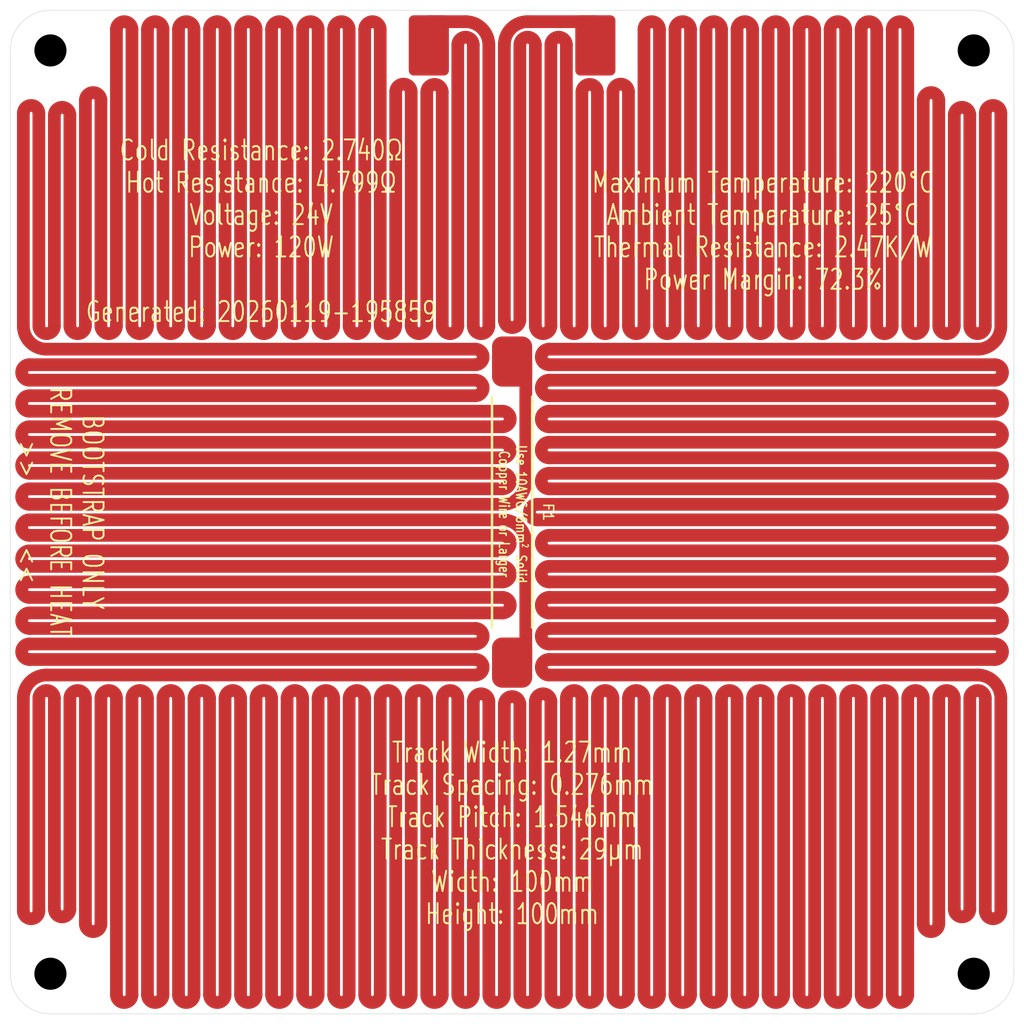
<source format=kicad_pcb>
(kicad_pcb (version 20241229) (generator "pcbnew") (generator_version "9.0")
  (layers (0 "F.Cu" signal) (2 "B.Cu" signal) (13 "F.Paste" user) (15 "B.Paste" user) (5 "F.SilkS" user "F.Silkscreen") (7 "B.SilkS" user "B.Silkscreen") (1 "F.Mask" user) (3 "B.Mask" user) (25 "Edge.Cuts" user))
  (net 0 "")
  (net 1 "Net-(J2-Pin_1)")
  (net 2 "Net-(J1-Pin_1)")
  (footprint "blg:MountingHole_3.2mm_M3_NoPad_TopLarge" (layer "F.Cu") (at 151 59)
    (property "Reference" "REF**" (hide yes))
    (property "Value" "MountingHole_3.2mm_M3_NoPad_TopLarge" (hide yes))
    (pad "" np_thru_hole circle (at 0 0) (size 7.6 7.6) (drill 3.2) (layers))
  )
  (footprint "blg:SMD_PowerConnection_4x6mm" (layer "F.Cu") (at 113.295999 58.5 -90)
    (property "Reference" "J2" (hide yes))
    (property "Value" "Hotplate_Power_Connection" (hide yes))
    (pad "1" smd roundrect (at 0 0 270) (size 6 4) (layers "F.Cu" "F.Mask" "F.Paste") (roundrect_rratio 0.125) (net 1 "Net-(J2-Pin_1)"))
  )
  (footprint "blg:MountingHole_3.2mm_M3_NoPad_TopLarge" (layer "F.Cu") (at 59 151)
    (property "Reference" "REF**" (hide yes))
    (property "Value" "MountingHole_3.2mm_M3_NoPad_TopLarge" (hide yes))
    (pad "" np_thru_hole circle (at 0 0) (size 7.6 7.6) (drill 3.2) (layers))
  )
  (footprint "blg:MountingHole_3.2mm_M3_NoPad_TopLarge" (layer "F.Cu") (at 151 151)
    (property "Reference" "REF**" (hide yes))
    (property "Value" "MountingHole_3.2mm_M3_NoPad_TopLarge" (hide yes))
    (pad "" np_thru_hole circle (at 0 0) (size 7.6 7.6) (drill 3.2) (layers))
  )
  (footprint "blg:SMD_PowerConnection_4x6mm" (layer "F.Cu") (at 96.704 58.5 -90)
    (property "Reference" "J1" (hide yes))
    (property "Value" "Hotplate_Power_Connection" (hide yes))
    (pad "1" smd roundrect (at 0 0 270) (size 6 4) (layers "F.Cu" "F.Mask" "F.Paste") (roundrect_rratio 0.125) (net 2 "Net-(J1-Pin_1)"))
  )
  (footprint "blg:Thermal Fuse, SN100C, Front, 35mm" (layer "F.Cu") (at 105 105 -90)
    (property "Reference" "F1" (at 0 -3.6 270) (layer "F.SilkS"))
    (property "Value" "~")
    (fp_line (start -11.5 2) (end 11.5 2) (stroke (width 0.25)) (layer "F.SilkS"))
    (fp_line (start -11.5 -2) (end 11.5 -2) (stroke (width 0.25)) (layer "F.SilkS"))
    (fp_text user "Use 10AWG/6mm  Solid" (at 0.2 -0.9 270) (layer "F.SilkS") (effects (font (size 1 0.75))))
    (fp_text user "2" (at 3.35 -1.3 270) (layer "F.SilkS") (effects (font (size 0.6 0.4) (thickness 0.1))))
    (fp_text user "Copper Wire or Larger" (at 0.2 0.8 270) (layer "F.SilkS") (effects (font (size 1 0.75))))
    (pad "1" smd roundrect (at -15 0 270) (size 5 4) (layers "F.Cu" "F.Mask") (net 2 "Net-(J1-Pin_1)"))
    (pad "2" smd roundrect (at 15 0 270) (size 5 4) (layers "F.Cu" "F.Mask") (net 1 "Net-(J2-Pin_1)"))
  )
  (footprint "blg:MountingHole_3.2mm_M3_NoPad_TopLarge" (layer "F.Cu") (at 59 59)
    (property "Reference" "REF**" (hide yes))
    (property "Value" "MountingHole_3.2mm_M3_NoPad_TopLarge" (hide yes))
    (pad "" np_thru_hole circle (at 0 0) (size 7.6 7.6) (drill 3.2) (layers))
  )
  (gr_arc (start 55 59) (mid 56.171573 56.171573) (end 59 55) (stroke (width 0.05)) (layer "Edge.Cuts"))
  (gr_line (start 155 59) (end 155 151) (stroke (width 0.05)) (layer "Edge.Cuts"))
  (gr_arc (start 59 155) (mid 56.171573 153.828427) (end 55 151) (stroke (width 0.05)) (layer "Edge.Cuts"))
  (gr_line (start 59 155) (end 151 155) (stroke (width 0.05)) (layer "Edge.Cuts"))
  (gr_line (start 55 59) (end 55 151) (stroke (width 0.05)) (layer "Edge.Cuts"))
  (gr_arc (start 155 151) (mid 153.828427 153.828427) (end 151 155) (stroke (width 0.05)) (layer "Edge.Cuts"))
  (gr_arc (start 151 55) (mid 153.828427 56.171573) (end 155 59) (stroke (width 0.05)) (layer "Edge.Cuts"))
  (gr_line (start 59 55) (end 151 55) (stroke (width 0.05)) (layer "Edge.Cuts"))
  (gr_text "Track Width: 1.27mm\nTrack Spacing: 0.276mm\nTrack Pitch: 1.546mm\nTrack Thickness: 29µm\nWidth: 100mm\nHeight: 100mm" (at 105 137 0) (layer "F.SilkS") (effects (font (size 2 1.5) (thickness 0.1875))))
  (gr_text "BOOTSTRAP ONLY\nREMOVE BEFORE HEAT\n>>      <<" (at 55.6 105 270) (layer "F.SilkS") (effects (font (size 2 1.5) (thickness 0.1875)) (justify bottom)))
  (gr_text "Maximum Temperature: 220°C\nAmbient Temperature: 25°C\nThermal Resistance: 2.47K/W\nPower Margin: 72.3%" (at 130 77 0) (layer "F.SilkS") (effects (font (size 2 1.5) (thickness 0.1875))))
  (gr_text "Cold Resistance: 2.740Ω\nHot Resistance: 4.799Ω\nVoltage: 24V\nPower: 120W\n\nGenerated: 20260119-195859" (at 80 77 0) (layer "F.SilkS") (effects (font (size 2 1.5) (thickness 0.1875))))
  (segment (start 81.036999 153.092) (end 81.036999 123.551999) (width 1.269999) (layer "F.Cu") (net 1))
  (segment (start 108.683999 102.681) (end 153.092 102.681) (width 1.269999) (layer "F.Cu") (net 1))
  (segment (start 110.411 58.454) (end 110.411 86.448) (width 1.269999) (layer "F.Cu") (net 1))
  (segment (start 149.061 144.558683) (end 149.061 123.551999) (width 1.269999) (layer "F.Cu") (net 1))
  (segment (start 56.908 118.140999) (end 101.342 118.140999) (width 1.269999) (layer "F.Cu") (net 1))
  (segment (start 121.232999 153.092) (end 121.232999 123.551999) (width 1.269999) (layer "F.Cu") (net 1))
  (segment (start 153.092 94.951) (end 108.683999 94.951) (width 1.269999) (layer "F.Cu") (net 1))
  (segment (start 104.046 113.502999) (end 56.908 113.502999) (width 1.269999) (layer "F.Cu") (net 1))
  (segment (start 116.594999 63.130684) (end 116.594999 86.448) (width 1.269999) (layer "F.Cu") (net 1))
  (segment (start 101.342 119.686999) (end 56.908 119.686999) (width 1.269999) (layer "F.Cu") (net 1))
  (segment (start 121.232999 86.448) (end 121.232999 56.908) (width 1.269999) (layer "F.Cu") (net 1))
  (segment (start 91.859 123.551999) (end 91.859 153.092) (width 1.269999) (layer "F.Cu") (net 1))
  (segment (start 113.295999 56.135) (end 106.546 56.135) (width 1.269999) (layer "F.Cu") (net 1))
  (segment (start 150.607 65.441316) (end 150.607 86.448) (width 1.269999) (layer "F.Cu") (net 1))
  (segment (start 118.140999 86.448) (end 118.140999 56.908) (width 1.269999) (layer "F.Cu") (net 1))
  (segment (start 107.50296 105.773) (end 153.092 105.773) (width 1.269999) (layer "F.Cu") (net 1))
  (segment (start 142.877 86.448) (end 142.877 56.908) (width 1.269999) (layer "F.Cu") (net 1))
  (segment (start 149.061 86.448) (end 149.061 65.441316) (width 1.269999) (layer "F.Cu") (net 1))
  (segment (start 104.046 107.319) (end 56.908 107.319) (width 1.269999) (layer "F.Cu") (net 1))
  (segment (start 122.779 56.908) (end 122.779 86.448) (width 1.269999) (layer "F.Cu") (net 1))
  (segment (start 108.683999 118.140999) (end 153.092 118.140999) (width 1.269999) (layer "F.Cu") (net 1))
  (segment (start 76.399 123.551999) (end 76.399 153.092) (width 1.269999) (layer "F.Cu") (net 1))
  (segment (start 141.331 56.908) (end 141.331 86.448) (width 1.269999) (layer "F.Cu") (net 1))
  (segment (start 94.951 123.551999) (end 94.951 153.092) (width 1.269999) (layer "F.Cu") (net 1))
  (segment (start 108.683999 111.957) (end 153.092 111.957) (width 1.269999) (layer "F.Cu") (net 1))
  (segment (start 141.331 123.551999) (end 141.331 153.092) (width 1.269999) (layer "F.Cu") (net 1))
  (segment (start 144.423 123.551999) (end 144.423 153.092) (width 1.269999) (layer "F.Cu") (net 1))
  (segment (start 87.220999 153.092) (end 87.220999 123.551999) (width 1.269999) (layer "F.Cu") (net 1))
  (segment (start 70.215 123.551999) (end 70.215 153.092) (width 1.269999) (layer "F.Cu") (net 1))
  (segment (start 99.589 153.092) (end 99.589 123.551999) (width 1.269999) (layer "F.Cu") (net 1))
  (segment (start 113.502999 63.158) (end 113.502999 86.448) (width 1.269999) (layer "F.Cu") (net 1))
  (segment (start 107.319 123.878495) (end 107.319 153.092) (width 1.269999) (layer "F.Cu") (net 1))
  (segment (start 56.908 115.048999) (end 104.046 115.048999) (width 1.269999) (layer "F.Cu") (net 1))
  (segment (start 64.030999 123.551999) (end 64.030999 146.028123) (width 1.269999) (layer "F.Cu") (net 1))
  (segment (start 106.365 120) (end 106.365 108.092) (width 1.269999) (layer "F.Cu") (net 1))
  (segment (start 104.227 58.454) (end 104.227 85.842) (width 1.269999) (layer "F.Cu") (net 1))
  (segment (start 135.147 123.551999) (end 135.147 153.092) (width 1.269999) (layer "F.Cu") (net 1))
  (segment (start 101.342 116.594999) (end 56.908 116.594999) (width 1.269999) (layer "F.Cu") (net 1))
  (segment (start 77.945 153.092) (end 77.945 123.551999) (width 1.269999) (layer "F.Cu") (net 1))
  (segment (start 74.853 153.092) (end 74.853 123.551999) (width 1.269999) (layer "F.Cu") (net 1))
  (segment (start 153.092 104.227) (end 107.50296 104.227) (width 1.269999) (layer "F.Cu") (net 1))
  (segment (start 108.865 86.448) (end 108.865 58.454) (width 1.269999) (layer "F.Cu") (net 1))
  (segment (start 116.594999 123.551999) (end 116.594999 153.092) (width 1.269999) (layer "F.Cu") (net 1))
  (segment (start 104.227 124.157999) (end 104.227 153.092) (width 1.269999) (layer "F.Cu") (net 1))
  (segment (start 73.307 123.551999) (end 73.307 153.092) (width 1.269999) (layer "F.Cu") (net 1))
  (segment (start 138.239 56.908) (end 138.239 86.448) (width 1.269999) (layer "F.Cu") (net 1))
  (segment (start 128.963 123.551999) (end 128.963 153.092) (width 1.269999) (layer "F.Cu") (net 1))
  (segment (start 132.055 56.908) (end 132.055 86.448) (width 1.269999) (layer "F.Cu") (net 1))
  (segment (start 108.683999 121.232999) (end 151.38 121.232999) (width 1.269999) (layer "F.Cu") (net 1))
  (segment (start 153.699 123.551999) (end 153.699 144.743751) (width 1.269999) (layer "F.Cu") (net 1))
  (segment (start 119.686999 56.908) (end 119.686999 86.448) (width 1.269999) (layer "F.Cu") (net 1))
  (segment (start 79.490999 123.551999) (end 79.490999 153.092) (width 1.269999) (layer "F.Cu") (net 1))
  (segment (start 124.324999 153.092) (end 124.324999 123.551999) (width 1.269999) (layer "F.Cu") (net 1))
  (segment (start 108.683999 115.048999) (end 153.092 115.048999) (width 1.269999) (layer "F.Cu") (net 1))
  (segment (start 113.502999 123.551999) (end 113.502999 153.092) (width 1.269999) (layer "F.Cu") (net 1))
  (segment (start 108.683999 93.405) (end 153.092 93.405) (width 1.269999) (layer "F.Cu") (net 1))
  (segment (start 59.392999 144.558683) (end 59.392999 123.551999) (width 1.269999) (layer "F.Cu") (net 1))
  (segment (start 107.319 58.454) (end 107.319 86.448) (width 1.269999) (layer "F.Cu") (net 1))
  (segment (start 108.683999 108.865) (end 153.092 108.865) (width 1.269999) (layer "F.Cu") (net 1))
  (segment (start 71.761 153.092) (end 71.761 123.551999) (width 1.269999) (layer "F.Cu") (net 1))
  (segment (start 105.773 153.092) (end 105.773 124.157999) (width 1.269999) (layer "F.Cu") (net 1))
  (segment (start 147.515 123.551999) (end 147.515 146.028123) (width 1.269999) (layer "F.Cu") (net 1))
  (segment (start 127.417 153.092) (end 127.417 123.551999) (width 1.269999) (layer "F.Cu") (net 1))
  (segment (start 82.582999 123.551999) (end 82.582999 153.092) (width 1.269999) (layer "F.Cu") (net 1))
  (segment (start 101.134999 123.878494) (end 101.134999 153.092) (width 1.269999) (layer "F.Cu") (net 1))
  (segment (start 133.601 86.448) (end 133.601 56.908) (width 1.269999) (layer "F.Cu") (net 1))
  (segment (start 115.048999 153.092) (end 115.048999 123.551999) (width 1.269999) (layer "F.Cu") (net 1))
  (segment (start 125.870999 123.551999) (end 125.870999 153.092) (width 1.269999) (layer "F.Cu") (net 1))
  (segment (start 142.877 153.092) (end 142.877 123.551999) (width 1.269999) (layer "F.Cu") (net 1))
  (segment (start 130.508999 153.092) (end 130.508999 123.551999) (width 1.269999) (layer "F.Cu") (net 1))
  (segment (start 153.092 116.594999) (end 108.683999 116.594999) (width 1.269999) (layer "F.Cu") (net 1))
  (segment (start 56.908 111.957) (end 104.046 111.957) (width 1.269999) (layer "F.Cu") (net 1))
  (segment (start 150.607 123.551999) (end 150.607 144.558683) (width 1.269999) (layer "F.Cu") (net 1))
  (segment (start 108.865 153.092) (end 108.865 123.878495) (width 1.269999) (layer "F.Cu") (net 1))
  (segment (start 85.675 123.551999) (end 85.675 153.092) (width 1.269999) (layer "F.Cu") (net 1))
  (segment (start 132.055 123.551999) (end 132.055 153.092) (width 1.269999) (layer "F.Cu") (net 1))
  (segment (start 98.042999 123.551999) (end 98.042999 153.092) (width 1.269999) (layer "F.Cu") (net 1))
  (segment (start 145.969 146.028123) (end 145.969 123.551999) (width 1.269999) (layer "F.Cu") (net 1))
  (segment (start 122.779 123.551999) (end 122.779 153.092) (width 1.269999) (layer "F.Cu") (net 1))
  (segment (start 153.092 101.134999) (end 108.683999 101.134999) (width 1.269999) (layer "F.Cu") (net 1))
  (segment (start 153.092 110.411) (end 108.683999 110.411) (width 1.269999) (layer "F.Cu") (net 1))
  (segment (start 136.692999 153.092) (end 136.692999 123.551999) (width 1.269999) (layer "F.Cu") (net 1))
  (segment (start 130.508999 86.448) (end 130.508999 56.908) (width 1.269999) (layer "F.Cu") (net 1))
  (segment (start 152.153 86.448) (end 152.153 65.256248) (width 1.269999) (layer "F.Cu") (net 1))
  (segment (start 108.683999 99.589) (end 153.092 99.589) (width 1.269999) (layer "F.Cu") (net 1))
  (segment (start 108.683999 96.497) (end 153.092 96.497) (width 1.269999) (layer "F.Cu") (net 1))
  (segment (start 144.423 56.908) (end 144.423 86.448) (width 1.269999) (layer "F.Cu") (net 1))
  (segment (start 96.497 153.092) (end 96.497 123.551999) (width 1.269999) (layer "F.Cu") (net 1))
  (segment (start 145.969 86.448) (end 145.969 63.971876) (width 1.269999) (layer "F.Cu") (net 1))
  (segment (start 124.324999 86.448) (end 124.324999 56.908) (width 1.269999) (layer "F.Cu") (net 1))
  (segment (start 60.939 123.551999) (end 60.939 144.558683) (width 1.269999) (layer "F.Cu") (net 1))
  (segment (start 110.411 123.551999) (end 110.411 153.092) (width 1.269999) (layer "F.Cu") (net 1))
  (segment (start 139.785 153.092) (end 139.785 123.551999) (width 1.269999) (layer "F.Cu") (net 1))
  (segment (start 93.405 153.092) (end 93.405 123.551999) (width 1.269999) (layer "F.Cu") (net 1))
  (segment (start 138.239 123.551999) (end 138.239 153.092) (width 1.269999) (layer "F.Cu") (net 1))
  (segment (start 58.62 121.232999) (end 101.342 121.232999) (width 1.269999) (layer "F.Cu") (net 1))
  (segment (start 153.092 119.686999) (end 108.683999 119.686999) (width 1.269999) (layer "F.Cu") (net 1))
  (segment (start 102.681 153.092) (end 102.681 123.878494) (width 1.269999) (layer "F.Cu") (net 1))
  (segment (start 147.515 63.971876) (end 147.515 86.448) (width 1.269999) (layer "F.Cu") (net 1))
  (segment (start 153.092 107.319) (end 108.683999 107.319) (width 1.269999) (layer "F.Cu") (net 1))
  (segment (start 125.870999 56.908) (end 125.870999 86.448) (width 1.269999) (layer "F.Cu") (net 1))
  (segment (start 151.38 88.767) (end 108.683999 88.767) (width 1.269999) (layer "F.Cu") (net 1))
  (segment (start 105.773 85.842) (end 105.773 58.454) (width 1.269999) (layer "F.Cu") (net 1))
  (segment (start 68.669 153.092) (end 68.669 123.551999) (width 1.269999) (layer "F.Cu") (net 1))
  (segment (start 136.692999 86.448) (end 136.692999 56.908) (width 1.269999) (layer "F.Cu") (net 1))
  (segment (start 104.046 110.411) (end 56.908 110.411) (width 1.269999) (layer "F.Cu") (net 1))
  (segment (start 119.686999 123.551999) (end 119.686999 153.092) (width 1.269999) (layer "F.Cu") (net 1))
  (segment (start 153.699 65.256248) (end 153.699 86.448) (width 1.269999) (layer "F.Cu") (net 1))
  (segment (start 153.092 113.502999) (end 108.683999 113.502999) (width 1.269999) (layer "F.Cu") (net 1))
  (segment (start 139.785 86.448) (end 139.785 56.908) (width 1.269999) (layer "F.Cu") (net 1))
  (segment (start 90.312999 153.092) (end 90.312999 123.551999) (width 1.269999) (layer "F.Cu") (net 1))
  (segment (start 133.601 153.092) (end 133.601 123.551999) (width 1.269999) (layer "F.Cu") (net 1))
  (segment (start 135.147 56.908) (end 135.147 86.448) (width 1.269999) (layer "F.Cu") (net 1))
  (segment (start 152.153 144.743751) (end 152.153 123.551999) (width 1.269999) (layer "F.Cu") (net 1))
  (segment (start 56.908 105.773) (end 104.046 105.773) (width 1.269999) (layer "F.Cu") (net 1))
  (segment (start 111.957 86.448) (end 111.957 63.158) (width 1.269999) (layer "F.Cu") (net 1))
  (segment (start 153.092 91.859) (end 108.683999 91.859) (width 1.269999) (layer "F.Cu") (net 1))
  (segment (start 67.123 123.551999) (end 67.123 153.092) (width 1.269999) (layer "F.Cu") (net 1))
  (segment (start 62.485 146.028123) (end 62.485 123.551999) (width 1.269999) (layer "F.Cu") (net 1))
  (segment (start 118.140999 153.092) (end 118.140999 123.551999) (width 1.269999) (layer "F.Cu") (net 1))
  (segment (start 56.908 108.865) (end 104.046 108.865) (width 1.269999) (layer "F.Cu") (net 1))
  (segment (start 84.128999 153.092) (end 84.128999 123.551999) (width 1.269999) (layer "F.Cu") (net 1))
  (segment (start 128.963 56.908) (end 128.963 86.448) (width 1.269999) (layer "F.Cu") (net 1))
  (segment (start 127.417 86.448) (end 127.417 56.908) (width 1.269999) (layer "F.Cu") (net 1))
  (segment (start 111.957 153.092) (end 111.957 123.551999) (width 1.269999) (layer "F.Cu") (net 1))
  (segment (start 88.767 123.551999) (end 88.767 153.092) (width 1.269999) (layer "F.Cu") (net 1))
  (segment (start 56.300999 144.743751) (end 56.300999 123.551999) (width 1.269999) (layer "F.Cu") (net 1))
  (segment (start 108.683999 90.312999) (end 153.092 90.312999) (width 1.269999) (layer "F.Cu") (net 1))
  (segment (start 115.048999 86.448) (end 115.048999 63.130684) (width 1.269999) (layer "F.Cu") (net 1))
  (segment (start 57.846999 123.551999) (end 57.846999 144.743751) (width 1.269999) (layer "F.Cu") (net 1))
  (segment (start 153.092 98.042999) (end 108.683999 98.042999) (width 1.269999) (layer "F.Cu") (net 1))
  (segment (start 65.577 153.092) (end 65.577 123.551999) (width 1.269999) (layer "F.Cu") (net 1))
  (arc (start 145.969 63.971876) (mid 146.742 63.198876) (end 147.515 63.971876) (width 1.269999) (layer "F.Cu") (net 1))
  (arc (start 150.607 86.448) (mid 151.38 87.220999) (end 152.153 86.448) (width 1.269999) (layer "F.Cu") (net 1))
  (arc (start 108.865 123.878495) (mid 108.092 123.105495) (end 107.319 123.878495) (width 1.269999) (layer "F.Cu") (net 1))
  (arc (start 153.092 118.140999) (mid 153.865 118.913999) (end 153.092 119.686999) (width 1.269999) (layer "F.Cu") (net 1))
  (arc (start 136.692999 123.551999) (mid 135.92 122.779) (end 135.147 123.551999) (width 1.269999) (layer "F.Cu") (net 1))
  (arc (start 107.319 86.448) (mid 108.092 87.220999) (end 108.865 86.448) (width 1.269999) (layer "F.Cu") (net 1))
  (arc (start 56.908 107.319) (mid 56.135 106.546) (end 56.908 105.773) (width 1.269999) (layer "F.Cu") (net 1))
  (arc (start 153.092 99.589) (mid 153.865 100.362) (end 153.092 101.134999) (width 1.269999) (layer "F.Cu") (net 1))
  (arc (start 128.963 153.092) (mid 128.19 153.865) (end 127.417 153.092) (width 1.269999) (layer "F.Cu") (net 1))
  (arc (start 71.761 123.551999) (mid 70.988 122.779) (end 70.215 123.551999) (width 1.269999) (layer "F.Cu") (net 1))
  (arc (start 141.331 86.448) (mid 142.103999 87.220999) (end 142.877 86.448) (width 1.269999) (layer "F.Cu") (net 1))
  (arc (start 153.092 108.865) (mid 153.865 109.638) (end 153.092 110.411) (width 1.269999) (layer "F.Cu") (net 1))
  (arc (start 79.490999 153.092) (mid 78.717999 153.865) (end 77.945 153.092) (width 1.269999) (layer "F.Cu") (net 1))
  (arc (start 81.036999 123.551999) (mid 80.264 122.779) (end 79.490999 123.551999) (width 1.269999) (layer "F.Cu") (net 1))
  (arc (start 56.908 113.502999) (mid 56.135 112.729999) (end 56.908 111.957) (width 1.269999) (layer "F.Cu") (net 1))
  (arc (start 56.908 119.686999) (mid 56.135 118.913999) (end 56.908 118.140999) (width 1.269999) (layer "F.Cu") (net 1))
  (arc (start 62.485 123.551999) (mid 61.711999 122.779) (end 60.939 123.551999) (width 1.269999) (layer "F.Cu") (net 1))
  (arc (start 122.779 153.092) (mid 122.005999 153.865) (end 121.232999 153.092) (width 1.269999) (layer "F.Cu") (net 1))
  (arc (start 132.055 86.448) (mid 132.828 87.220999) (end 133.601 86.448) (width 1.269999) (layer "F.Cu") (net 1))
  (arc (start 68.669 123.551999) (mid 67.896 122.779) (end 67.123 123.551999) (width 1.269999) (layer "F.Cu") (net 1))
  (arc (start 110.411 153.092) (mid 109.638 153.865) (end 108.865 153.092) (width 1.269999) (layer "F.Cu") (net 1))
  (arc (start 77.945 123.551999) (mid 77.172 122.779) (end 76.399 123.551999) (width 1.269999) (layer "F.Cu") (net 1))
  (arc (start 73.307 153.092) (mid 72.534 153.865) (end 71.761 153.092) (width 1.269999) (layer "F.Cu") (net 1))
  (arc (start 65.577 123.551999) (mid 64.804 122.779) (end 64.030999 123.551999) (width 1.269999) (layer "F.Cu") (net 1))
  (arc (start 127.417 56.908) (mid 128.19 56.135) (end 128.963 56.908) (width 1.269999) (layer "F.Cu") (net 1))
  (arc (start 59.392999 123.551999) (mid 58.62 122.779) (end 57.846999 123.551999) (width 1.269999) (layer "F.Cu") (net 1))
  (arc (start 124.324999 123.551999) (mid 123.551999 122.779) (end 122.779 123.551999) (width 1.269999) (layer "F.Cu") (net 1))
  (arc (start 108.683999 119.686999) (mid 107.910999 120.46) (end 108.683999 121.232999) (width 1.269999) (layer "F.Cu") (net 1))
  (arc (start 90.312999 123.551999) (mid 89.539999 122.779) (end 88.767 123.551999) (width 1.269999) (layer "F.Cu") (net 1))
  (arc (start 99.589 123.551999) (mid 98.816 122.779) (end 98.042999 123.551999) (width 1.269999) (layer "F.Cu") (net 1))
  (arc (start 67.123 153.092) (mid 66.349999 153.865) (end 65.577 153.092) (width 1.269999) (layer "F.Cu") (net 1))
  (arc (start 133.601 56.908) (mid 134.374 56.135) (end 135.147 56.908) (width 1.269999) (layer "F.Cu") (net 1))
  (arc (start 153.699 144.743751) (mid 152.926 145.516751) (end 152.153 144.743751) (width 1.269999) (layer "F.Cu") (net 1))
  (arc (start 101.342 118.140999) (mid 102.115 117.368) (end 101.342 116.594999) (width 1.269999) (layer "F.Cu") (net 1))
  (arc (start 104.046 111.957) (mid 104.818999 111.184) (end 104.046 110.411) (width 1.269999) (layer "F.Cu") (net 1))
  (arc (start 108.683999 88.767) (mid 107.910999 89.539999) (end 108.683999 90.312999) (width 1.269999) (layer "F.Cu") (net 1))
  (arc (start 133.601 123.551999) (mid 132.828 122.779) (end 132.055 123.551999) (width 1.269999) (layer "F.Cu") (net 1))
  (arc (start 138.239 153.092) (mid 137.466 153.865) (end 136.692999 153.092) (width 1.269999) (layer "F.Cu") (net 1))
  (arc (start 132.055 153.092) (mid 131.281999 153.865) (end 130.508999 153.092) (width 1.269999) (layer "F.Cu") (net 1))
  (arc (start 104.227 85.842) (mid 105 86.615) (end 105.773 85.842) (width 1.269999) (layer "F.Cu") (net 1))
  (arc (start 108.683999 94.951) (mid 107.910999 95.723999) (end 108.683999 96.497) (width 1.269999) (layer "F.Cu") (net 1))
  (arc (start 56.300999 123.551999) (mid 56.980219 121.912219) (end 58.62 121.232999) (width 1.27) (layer "F.Cu") (net 1))
  (arc (start 82.582999 153.092) (mid 81.809999 153.865) (end 81.036999 153.092) (width 1.269999) (layer "F.Cu") (net 1))
  (arc (start 153.092 90.312999) (mid 153.865 91.086) (end 153.092 91.859) (width 1.269999) (layer "F.Cu") (net 1))
  (arc (start 115.048999 123.551999) (mid 114.275999 122.779) (end 113.502999 123.551999) (width 1.269999) (layer "F.Cu") (net 1))
  (arc (start 108.683999 110.411) (mid 107.910999 111.184) (end 108.683999 111.957) (width 1.269999) (layer "F.Cu") (net 1))
  (arc (start 116.594999 153.092) (mid 115.821999 153.865) (end 115.048999 153.092) (width 1.269999) (layer "F.Cu") (net 1))
  (arc (start 108.865 58.454) (mid 109.638 57.681) (end 110.411 58.454) (width 1.269999) (layer "F.Cu") (net 1))
  (arc (start 150.607 144.558683) (mid 149.834 145.331683) (end 149.061 144.558683) (width 1.269999) (layer "F.Cu") (net 1))
  (arc (start 102.681 123.878494) (mid 101.908 123.105494) (end 101.134999 123.878494) (width 1.269999) (layer "F.Cu") (net 1))
  (arc (start 121.232999 56.908) (mid 122.005999 56.135) (end 122.779 56.908) (width 1.269999) (layer "F.Cu") (net 1))
  (arc (start 96.497 123.551999) (mid 95.723999 122.779) (end 94.951 123.551999) (width 1.269999) (layer "F.Cu") (net 1))
  (arc (start 153.699 86.448) (mid 153.01978 88.08778) (end 151.38 88.767) (width 1.27) (layer "F.Cu") (net 1))
  (arc (start 153.092 115.048999) (mid 153.865 115.821999) (end 153.092 116.594999) (width 1.269999) (layer "F.Cu") (net 1))
  (arc (start 116.594999 86.448) (mid 117.368 87.220999) (end 118.140999 86.448) (width 1.269999) (layer "F.Cu") (net 1))
  (arc (start 108.683999 98.042999) (mid 107.910999 98.816) (end 108.683999 99.589) (width 1.269999) (layer "F.Cu") (net 1))
  (arc (start 87.220999 123.551999) (mid 86.448 122.779) (end 85.675 123.551999) (width 1.269999) (layer "F.Cu") (net 1))
  (arc (start 108.683999 107.319) (mid 107.910999 108.092) (end 108.683999 108.865) (width 1.269999) (layer "F.Cu") (net 1))
  (arc (start 101.134999 153.092) (mid 100.362 153.865) (end 99.589 153.092) (width 1.269999) (layer "F.Cu") (net 1))
  (arc (start 76.399 153.092) (mid 75.626 153.865) (end 74.853 153.092) (width 1.269999) (layer "F.Cu") (net 1))
  (arc (start 108.683999 91.859) (mid 107.910999 92.631999) (end 108.683999 93.405) (width 1.269999) (layer "F.Cu") (net 1))
  (arc (start 119.686999 86.448) (mid 120.46 87.220999) (end 121.232999 86.448) (width 1.269999) (layer "F.Cu") (net 1))
  (arc (start 130.508999 56.908) (mid 131.281999 56.135) (end 132.055 56.908) (width 1.269999) (layer "F.Cu") (net 1))
  (arc (start 93.405 123.551999) (mid 92.631999 122.779) (end 91.859 123.551999) (width 1.269999) (layer "F.Cu") (net 1))
  (arc (start 108.683999 113.502999) (mid 107.910999 114.275999) (end 108.683999 115.048999) (width 1.269999) (layer "F.Cu") (net 1))
  (arc (start 108.683999 101.134999) (mid 107.910999 101.908) (end 108.683999 102.681) (width 1.269999) (layer "F.Cu") (net 1))
  (arc (start 147.515 86.448) (mid 148.288 87.220999) (end 149.061 86.448) (width 1.269999) (layer "F.Cu") (net 1))
  (arc (start 104.046 108.865) (mid 104.818999 108.092) (end 104.046 107.319) (width 1.269999) (layer "F.Cu") (net 1))
  (arc (start 139.785 123.551999) (mid 139.012 122.779) (end 138.239 123.551999) (width 1.269999) (layer "F.Cu") (net 1))
  (arc (start 105.773 58.454) (mid 106.546 57.681) (end 107.319 58.454) (width 1.269999) (layer "F.Cu") (net 1))
  (arc (start 113.502999 153.092) (mid 112.729999 153.865) (end 111.957 153.092) (width 1.269999) (layer "F.Cu") (net 1))
  (arc (start 110.411 86.448) (mid 111.184 87.220999) (end 111.957 86.448) (width 1.269999) (layer "F.Cu") (net 1))
  (arc (start 104.227 58.454) (mid 104.906219 56.814219) (end 106.546 56.135) (width 1.27) (layer "F.Cu") (net 1))
  (arc (start 115.048999 63.130684) (mid 115.821999 62.357684) (end 116.594999 63.130684) (width 1.269999) (layer "F.Cu") (net 1))
  (arc (start 138.239 86.448) (mid 139.012 87.220999) (end 139.785 86.448) (width 1.269999) (layer "F.Cu") (net 1))
  (arc (start 56.908 116.594999) (mid 56.135 115.821999) (end 56.908 115.048999) (width 1.269999) (layer "F.Cu") (net 1))
  (arc (start 113.502999 86.448) (mid 114.275999 87.220999) (end 115.048999 86.448) (width 1.269999) (layer "F.Cu") (net 1))
  (arc (start 91.859 153.092) (mid 91.086 153.865) (end 90.312999 153.092) (width 1.269999) (layer "F.Cu") (net 1))
  (arc (start 64.030999 146.028123) (mid 63.257999 146.801123) (end 62.485 146.028123) (width 1.269999) (layer "F.Cu") (net 1))
  (arc (start 98.042999 153.092) (mid 97.27 153.865) (end 96.497 153.092) (width 1.269999) (layer "F.Cu") (net 1))
  (arc (start 139.785 56.908) (mid 140.558 56.135) (end 141.331 56.908) (width 1.269999) (layer "F.Cu") (net 1))
  (arc (start 85.675 153.092) (mid 84.901999 153.865) (end 84.128999 153.092) (width 1.269999) (layer "F.Cu") (net 1))
  (arc (start 127.417 123.551999) (mid 126.644 122.779) (end 125.870999 123.551999) (width 1.269999) (layer "F.Cu") (net 1))
  (arc (start 142.877 123.551999) (mid 142.103999 122.779) (end 141.331 123.551999) (width 1.269999) (layer "F.Cu") (net 1))
  (arc (start 57.846999 144.743751) (mid 57.074 145.516751) (end 56.300999 144.743751) (width 1.269999) (layer "F.Cu") (net 1))
  (arc (start 128.963 86.448) (mid 129.735999 87.220999) (end 130.508999 86.448) (width 1.269999) (layer "F.Cu") (net 1))
  (arc (start 84.128999 123.551999) (mid 83.356 122.779) (end 82.582999 123.551999) (width 1.269999) (layer "F.Cu") (net 1))
  (arc (start 141.331 153.092) (mid 140.558 153.865) (end 139.785 153.092) (width 1.269999) (layer "F.Cu") (net 1))
  (arc (start 153.092 96.497) (mid 153.865 97.27) (end 153.092 98.042999) (width 1.269999) (layer "F.Cu") (net 1))
  (arc (start 152.153 65.256248) (mid 152.926 64.483248) (end 153.699 65.256248) (width 1.269999) (layer "F.Cu") (net 1))
  (arc (start 56.908 110.411) (mid 56.135 109.638) (end 56.908 108.865) (width 1.269999) (layer "F.Cu") (net 1))
  (arc (start 107.319 153.092) (mid 106.546 153.865) (end 105.773 153.092) (width 1.269999) (layer "F.Cu") (net 1))
  (arc (start 119.686999 153.092) (mid 118.913999 153.865) (end 118.140999 153.092) (width 1.269999) (layer "F.Cu") (net 1))
  (arc (start 88.767 153.092) (mid 87.994 153.865) (end 87.220999 153.092) (width 1.269999) (layer "F.Cu") (net 1))
  (arc (start 136.692999 56.908) (mid 137.466 56.135) (end 138.239 56.908) (width 1.269999) (layer "F.Cu") (net 1))
  (arc (start 104.227 153.092) (mid 103.454 153.865) (end 102.681 153.092) (width 1.269999) (layer "F.Cu") (net 1))
  (arc (start 145.969 123.551999) (mid 145.196 122.779) (end 144.423 123.551999) (width 1.269999) (layer "F.Cu") (net 1))
  (arc (start 108.683999 116.594999) (mid 107.910999 117.368) (end 108.683999 118.140999) (width 1.269999) (layer "F.Cu") (net 1))
  (arc (start 152.153 123.551999) (mid 151.38 122.779) (end 150.607 123.551999) (width 1.269999) (layer "F.Cu") (net 1))
  (arc (start 142.877 56.908) (mid 143.65 56.135) (end 144.423 56.908) (width 1.269999) (layer "F.Cu") (net 1))
  (arc (start 153.092 93.405) (mid 153.865 94.178) (end 153.092 94.951) (width 1.269999) (layer "F.Cu") (net 1))
  (arc (start 118.140999 123.551999) (mid 117.368 122.779) (end 116.594999 123.551999) (width 1.269999) (layer "F.Cu") (net 1))
  (arc (start 74.853 123.551999) (mid 74.08 122.779) (end 73.307 123.551999) (width 1.269999) (layer "F.Cu") (net 1))
  (arc (start 94.951 153.092) (mid 94.178 153.865) (end 93.405 153.092) (width 1.269999) (layer "F.Cu") (net 1))
  (arc (start 149.061 65.441316) (mid 149.834 64.668316) (end 150.607 65.441316) (width 1.269999) (layer "F.Cu") (net 1))
  (arc (start 60.939 144.558683) (mid 60.166 145.331683) (end 59.392999 144.558683) (width 1.269999) (layer "F.Cu") (net 1))
  (arc (start 153.092 105.773) (mid 153.865 106.546) (end 153.092 107.319) (width 1.269999) (layer "F.Cu") (net 1))
  (arc (start 130.508999 123.551999) (mid 129.735999 122.779) (end 128.963 123.551999) (width 1.269999) (layer "F.Cu") (net 1))
  (arc (start 135.147 153.092) (mid 134.374 153.865) (end 133.601 153.092) (width 1.269999) (layer "F.Cu") (net 1))
  (arc (start 70.215 153.092) (mid 69.442 153.865) (end 68.669 153.092) (width 1.269999) (layer "F.Cu") (net 1))
  (arc (start 122.779 86.448) (mid 123.551999 87.220999) (end 124.324999 86.448) (width 1.269999) (layer "F.Cu") (net 1))
  (arc (start 111.957 123.551999) (mid 111.184 122.779) (end 110.411 123.551999) (width 1.269999) (layer "F.Cu") (net 1))
  (arc (start 125.870999 153.092) (mid 125.097999 153.865) (end 124.324999 153.092) (width 1.269999) (layer "F.Cu") (net 1))
  (arc (start 151.38 121.232999) (mid 153.01978 121.912219) (end 153.699 123.551999) (width 1.27) (layer "F.Cu") (net 1))
  (arc (start 104.046 105.773) (mid 105.68578 106.452219) (end 106.365 108.092) (width 1.27) (layer "F.Cu") (net 1))
  (arc (start 149.061 123.551999) (mid 148.288 122.779) (end 147.515 123.551999) (width 1.269999) (layer "F.Cu") (net 1))
  (arc (start 104.046 115.048999) (mid 104.818999 114.275999) (end 104.046 113.502999) (width 1.269999) (layer "F.Cu") (net 1))
  (arc (start 153.092 102.681) (mid 153.865 103.454) (end 153.092 104.227) (width 1.269999) (layer "F.Cu") (net 1))
  (arc (start 111.957 63.158) (mid 112.729999 62.385) (end 113.502999 63.158) (width 1.269999) (layer "F.Cu") (net 1))
  (arc (start 101.342 121.232999) (mid 102.115 120.46) (end 101.342 119.686999) (width 1.269999) (layer "F.Cu") (net 1))
  (arc (start 144.423 153.092) (mid 143.65 153.865) (end 142.877 153.092) (width 1.269999) (layer "F.Cu") (net 1))
  (arc (start 153.092 111.957) (mid 153.865 112.729999) (end 153.092 113.502999) (width 1.269999) (layer "F.Cu") (net 1))
  (arc (start 105.773 124.157999) (mid 105 123.384999) (end 104.227 124.157999) (width 1.269999) (layer "F.Cu") (net 1))
  (arc (start 121.232999 123.551999) (mid 120.46 122.779) (end 119.686999 123.551999) (width 1.269999) (layer "F.Cu") (net 1))
  (arc (start 144.423 86.448) (mid 145.196 87.220999) (end 145.969 86.448) (width 1.269999) (layer "F.Cu") (net 1))
  (arc (start 125.870999 86.448) (mid 126.644 87.220999) (end 127.417 86.448) (width 1.269999) (layer "F.Cu") (net 1))
  (arc (start 107.50296 104.227) (mid 106.72996 105) (end 107.50296 105.773) (width 1.269999) (layer "F.Cu") (net 1))
  (arc (start 124.324999 56.908) (mid 125.097999 56.135) (end 125.870999 56.908) (width 1.269999) (layer "F.Cu") (net 1))
  (arc (start 118.140999 56.908) (mid 118.913999 56.135) (end 119.686999 56.908) (width 1.269999) (layer "F.Cu") (net 1))
  (arc (start 147.515 146.028123) (mid 146.742 146.801123) (end 145.969 146.028123) (width 1.269999) (layer "F.Cu") (net 1))
  (arc (start 135.147 86.448) (mid 135.92 87.220999) (end 136.692999 86.448) (width 1.269999) (layer "F.Cu") (net 1))
  (segment (start 64.030999 86.448) (end 64.030999 63.971876) (width 1.269999) (layer "F.Cu") (net 2))
  (segment (start 85.675 86.448) (end 85.675 56.908) (width 1.269999) (layer "F.Cu") (net 2))
  (segment (start 70.215 86.448) (end 70.215 56.908) (width 1.269999) (layer "F.Cu") (net 2))
  (segment (start 56.908 101.134999) (end 104.046 101.134999) (width 1.269999) (layer "F.Cu") (net 2))
  (segment (start 77.945 56.908) (end 77.945 86.448) (width 1.269999) (layer "F.Cu") (net 2))
  (segment (start 84.128999 56.908) (end 84.128999 86.448) (width 1.269999) (layer "F.Cu") (net 2))
  (segment (start 59.392999 65.441316) (end 59.392999 86.448) (width 1.269999) (layer "F.Cu") (net 2))
  (segment (start 57.846999 86.448) (end 57.846999 65.256248) (width 1.269999) (layer "F.Cu") (net 2))
  (segment (start 62.485 63.971876) (end 62.485 86.448) (width 1.269999) (layer "F.Cu") (net 2))
  (segment (start 82.582999 86.448) (end 82.582999 56.908) (width 1.269999) (layer "F.Cu") (net 2))
  (segment (start 58.62 88.767) (end 101.342 88.767) (width 1.269999) (layer "F.Cu") (net 2))
  (segment (start 68.669 56.908) (end 68.669 86.448) (width 1.269999) (layer "F.Cu") (net 2))
  (segment (start 101.134999 86.448) (end 101.134999 58.454) (width 1.269999) (layer "F.Cu") (net 2))
  (segment (start 76.399 86.448) (end 76.399 56.908) (width 1.269999) (layer "F.Cu") (net 2))
  (segment (start 104.046 96.497) (end 56.908 96.497) (width 1.269999) (layer "F.Cu") (net 2))
  (segment (start 56.908 98.042999) (end 104.046 98.042999) (width 1.269999) (layer "F.Cu") (net 2))
  (segment (start 104.046 99.589) (end 56.908 99.589) (width 1.269999) (layer "F.Cu") (net 2))
  (segment (start 67.123 86.448) (end 67.123 56.908) (width 1.269999) (layer "F.Cu") (net 2))
  (segment (start 73.307 86.448) (end 73.307 56.908) (width 1.269999) (layer "F.Cu") (net 2))
  (segment (start 101.342 93.405) (end 56.908 93.405) (width 1.269999) (layer "F.Cu") (net 2))
  (segment (start 71.761 56.908) (end 71.761 86.448) (width 1.269999) (layer "F.Cu") (net 2))
  (segment (start 65.577 56.908) (end 65.577 86.448) (width 1.269999) (layer "F.Cu") (net 2))
  (segment (start 90.312999 56.908) (end 90.312999 86.448) (width 1.269999) (layer "F.Cu") (net 2))
  (segment (start 74.853 56.908) (end 74.853 86.448) (width 1.269999) (layer "F.Cu") (net 2))
  (segment (start 96.497 63.158) (end 96.497 86.448) (width 1.269999) (layer "F.Cu") (net 2))
  (segment (start 98.042999 86.448) (end 98.042999 63.158) (width 1.269999) (layer "F.Cu") (net 2))
  (segment (start 87.220999 56.908) (end 87.220999 86.448) (width 1.269999) (layer "F.Cu") (net 2))
  (segment (start 96.704 56.135) (end 100.362 56.135) (width 1.269999) (layer "F.Cu") (net 2))
  (segment (start 101.342 90.312999) (end 56.908 90.312999) (width 1.269999) (layer "F.Cu") (net 2))
  (segment (start 56.908 91.859) (end 101.342 91.859) (width 1.269999) (layer "F.Cu") (net 2))
  (segment (start 56.300999 65.256248) (end 56.300999 86.448) (width 1.269999) (layer "F.Cu") (net 2))
  (segment (start 102.681 58.454) (end 102.681 86.448) (width 1.269999) (layer "F.Cu") (net 2))
  (segment (start 94.951 86.448) (end 94.951 63.130684) (width 1.269999) (layer "F.Cu") (net 2))
  (segment (start 93.405 63.130684) (end 93.405 86.448) (width 1.269999) (layer "F.Cu") (net 2))
  (segment (start 81.036999 56.908) (end 81.036999 86.448) (width 1.269999) (layer "F.Cu") (net 2))
  (segment (start 79.490999 86.448) (end 79.490999 56.908) (width 1.269999) (layer "F.Cu") (net 2))
  (segment (start 60.939 86.448) (end 60.939 65.441316) (width 1.269999) (layer "F.Cu") (net 2))
  (segment (start 99.589 58.454) (end 99.589 86.448) (width 1.269999) (layer "F.Cu") (net 2))
  (segment (start 88.767 86.448) (end 88.767 56.908) (width 1.269999) (layer "F.Cu") (net 2))
  (segment (start 56.908 94.951) (end 104.046 94.951) (width 1.269999) (layer "F.Cu") (net 2))
  (segment (start 56.908 104.227) (end 104.046 104.227) (width 1.269999) (layer "F.Cu") (net 2))
  (segment (start 91.859 86.448) (end 91.859 56.908) (width 1.269999) (layer "F.Cu") (net 2))
  (segment (start 104.046 102.681) (end 56.908 102.681) (width 1.269999) (layer "F.Cu") (net 2))
  (segment (start 106.365 90) (end 106.365 101.908) (width 1.269999) (layer "F.Cu") (net 2))
  (arc (start 96.497 86.448) (mid 95.723999 87.220999) (end 94.951 86.448) (width 1.269999) (layer "F.Cu") (net 2))
  (arc (start 62.485 86.448) (mid 61.711999 87.220999) (end 60.939 86.448) (width 1.269999) (layer "F.Cu") (net 2))
  (arc (start 73.307 56.908) (mid 72.534 56.135) (end 71.761 56.908) (width 1.269999) (layer "F.Cu") (net 2))
  (arc (start 56.908 90.312999) (mid 56.135 91.086) (end 56.908 91.859) (width 1.269999) (layer "F.Cu") (net 2))
  (arc (start 77.945 86.448) (mid 77.172 87.220999) (end 76.399 86.448) (width 1.269999) (layer "F.Cu") (net 2))
  (arc (start 74.853 86.448) (mid 74.08 87.220999) (end 73.307 86.448) (width 1.269999) (layer "F.Cu") (net 2))
  (arc (start 99.589 86.448) (mid 98.816 87.220999) (end 98.042999 86.448) (width 1.269999) (layer "F.Cu") (net 2))
  (arc (start 56.908 102.681) (mid 56.135 103.454) (end 56.908 104.227) (width 1.269999) (layer "F.Cu") (net 2))
  (arc (start 101.342 91.859) (mid 102.115 92.631999) (end 101.342 93.405) (width 1.269999) (layer "F.Cu") (net 2))
  (arc (start 65.577 86.448) (mid 64.804 87.220999) (end 64.030999 86.448) (width 1.269999) (layer "F.Cu") (net 2))
  (arc (start 93.405 86.448) (mid 92.631999 87.220999) (end 91.859 86.448) (width 1.269999) (layer "F.Cu") (net 2))
  (arc (start 56.908 99.589) (mid 56.135 100.362) (end 56.908 101.134999) (width 1.269999) (layer "F.Cu") (net 2))
  (arc (start 56.908 93.405) (mid 56.135 94.178) (end 56.908 94.951) (width 1.269999) (layer "F.Cu") (net 2))
  (arc (start 101.342 88.767) (mid 102.115 89.539999) (end 101.342 90.312999) (width 1.269999) (layer "F.Cu") (net 2))
  (arc (start 79.490999 56.908) (mid 78.717999 56.135) (end 77.945 56.908) (width 1.269999) (layer "F.Cu") (net 2))
  (arc (start 67.123 56.908) (mid 66.349999 56.135) (end 65.577 56.908) (width 1.269999) (layer "F.Cu") (net 2))
  (arc (start 68.669 86.448) (mid 67.896 87.220999) (end 67.123 86.448) (width 1.269999) (layer "F.Cu") (net 2))
  (arc (start 60.939 65.441316) (mid 60.166 64.668316) (end 59.392999 65.441316) (width 1.269999) (layer "F.Cu") (net 2))
  (arc (start 106.365 101.908) (mid 105.68578 103.54778) (end 104.046 104.227) (width 1.27) (layer "F.Cu") (net 2))
  (arc (start 85.675 56.908) (mid 84.901999 56.135) (end 84.128999 56.908) (width 1.269999) (layer "F.Cu") (net 2))
  (arc (start 59.392999 86.448) (mid 58.62 87.220999) (end 57.846999 86.448) (width 1.269999) (layer "F.Cu") (net 2))
  (arc (start 101.134999 58.454) (mid 100.362 57.681) (end 99.589 58.454) (width 1.269999) (layer "F.Cu") (net 2))
  (arc (start 90.312999 86.448) (mid 89.539999 87.220999) (end 88.767 86.448) (width 1.269999) (layer "F.Cu") (net 2))
  (arc (start 70.215 56.908) (mid 69.442 56.135) (end 68.669 56.908) (width 1.269999) (layer "F.Cu") (net 2))
  (arc (start 88.767 56.908) (mid 87.994 56.135) (end 87.220999 56.908) (width 1.269999) (layer "F.Cu") (net 2))
  (arc (start 71.761 86.448) (mid 70.988 87.220999) (end 70.215 86.448) (width 1.269999) (layer "F.Cu") (net 2))
  (arc (start 84.128999 86.448) (mid 83.356 87.220999) (end 82.582999 86.448) (width 1.269999) (layer "F.Cu") (net 2))
  (arc (start 58.62 88.767) (mid 56.980219 88.08778) (end 56.300999 86.448) (width 1.27) (layer "F.Cu") (net 2))
  (arc (start 102.681 86.448) (mid 101.908 87.220999) (end 101.134999 86.448) (width 1.269999) (layer "F.Cu") (net 2))
  (arc (start 104.046 98.042999) (mid 104.818999 98.816) (end 104.046 99.589) (width 1.269999) (layer "F.Cu") (net 2))
  (arc (start 82.582999 56.908) (mid 81.809999 56.135) (end 81.036999 56.908) (width 1.269999) (layer "F.Cu") (net 2))
  (arc (start 57.846999 65.256248) (mid 57.074 64.483248) (end 56.300999 65.256248) (width 1.269999) (layer "F.Cu") (net 2))
  (arc (start 87.220999 86.448) (mid 86.448 87.220999) (end 85.675 86.448) (width 1.269999) (layer "F.Cu") (net 2))
  (arc (start 56.908 96.497) (mid 56.135 97.27) (end 56.908 98.042999) (width 1.269999) (layer "F.Cu") (net 2))
  (arc (start 104.046 94.951) (mid 104.818999 95.723999) (end 104.046 96.497) (width 1.269999) (layer "F.Cu") (net 2))
  (arc (start 100.362 56.135) (mid 102.00178 56.814219) (end 102.681 58.454) (width 1.27) (layer "F.Cu") (net 2))
  (arc (start 91.859 56.908) (mid 91.086 56.135) (end 90.312999 56.908) (width 1.269999) (layer "F.Cu") (net 2))
  (arc (start 94.951 63.130684) (mid 94.178 62.357684) (end 93.405 63.130684) (width 1.269999) (layer "F.Cu") (net 2))
  (arc (start 98.042999 63.158) (mid 97.27 62.385) (end 96.497 63.158) (width 1.269999) (layer "F.Cu") (net 2))
  (arc (start 81.036999 86.448) (mid 80.264 87.220999) (end 79.490999 86.448) (width 1.269999) (layer "F.Cu") (net 2))
  (arc (start 104.046 101.134999) (mid 104.818999 101.908) (end 104.046 102.681) (width 1.269999) (layer "F.Cu") (net 2))
  (arc (start 64.030999 63.971876) (mid 63.257999 63.198876) (end 62.485 63.971876) (width 1.269999) (layer "F.Cu") (net 2))
  (arc (start 76.399 56.908) (mid 75.626 56.135) (end 74.853 56.908) (width 1.269999) (layer "F.Cu") (net 2))
)
</source>
